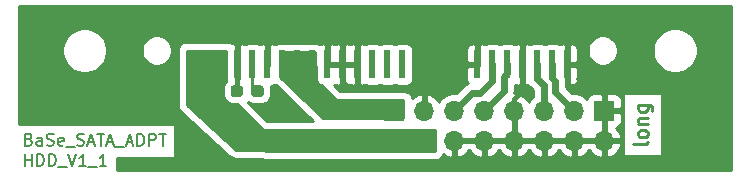
<source format=gbr>
G04 #@! TF.GenerationSoftware,KiCad,Pcbnew,5.1.5+dfsg1-2build2*
G04 #@! TF.CreationDate,2020-07-01T22:02:56+02:00*
G04 #@! TF.ProjectId,BaSe_SATA_Adapter_HDD_V1_1,42615365-5f53-4415-9441-5f4164617074,rev?*
G04 #@! TF.SameCoordinates,Original*
G04 #@! TF.FileFunction,Copper,L1,Top*
G04 #@! TF.FilePolarity,Positive*
%FSLAX46Y46*%
G04 Gerber Fmt 4.6, Leading zero omitted, Abs format (unit mm)*
G04 Created by KiCad (PCBNEW 5.1.5+dfsg1-2build2) date 2020-07-01 22:02:56*
%MOMM*%
%LPD*%
G04 APERTURE LIST*
%ADD10C,0.250000*%
%ADD11C,0.150000*%
%ADD12R,0.600000X2.350000*%
%ADD13O,1.700000X1.700000*%
%ADD14R,1.700000X1.700000*%
%ADD15C,0.100000*%
%ADD16C,0.800000*%
%ADD17C,0.400000*%
%ADD18C,0.600000*%
%ADD19C,0.254000*%
G04 APERTURE END LIST*
D10*
X142112857Y-50925714D02*
X142055714Y-51040000D01*
X141941428Y-51097142D01*
X140912857Y-51097142D01*
X142112857Y-50297142D02*
X142055714Y-50411428D01*
X141998571Y-50468571D01*
X141884285Y-50525714D01*
X141541428Y-50525714D01*
X141427142Y-50468571D01*
X141370000Y-50411428D01*
X141312857Y-50297142D01*
X141312857Y-50125714D01*
X141370000Y-50011428D01*
X141427142Y-49954285D01*
X141541428Y-49897142D01*
X141884285Y-49897142D01*
X141998571Y-49954285D01*
X142055714Y-50011428D01*
X142112857Y-50125714D01*
X142112857Y-50297142D01*
X141312857Y-49382857D02*
X142112857Y-49382857D01*
X141427142Y-49382857D02*
X141370000Y-49325714D01*
X141312857Y-49211428D01*
X141312857Y-49040000D01*
X141370000Y-48925714D01*
X141484285Y-48868571D01*
X142112857Y-48868571D01*
X141312857Y-47782857D02*
X142284285Y-47782857D01*
X142398571Y-47840000D01*
X142455714Y-47897142D01*
X142512857Y-48011428D01*
X142512857Y-48182857D01*
X142455714Y-48297142D01*
X142055714Y-47782857D02*
X142112857Y-47897142D01*
X142112857Y-48125714D01*
X142055714Y-48240000D01*
X141998571Y-48297142D01*
X141884285Y-48354285D01*
X141541428Y-48354285D01*
X141427142Y-48297142D01*
X141370000Y-48240000D01*
X141312857Y-48125714D01*
X141312857Y-47897142D01*
X141370000Y-47782857D01*
D11*
X89395595Y-52952380D02*
X89395595Y-51952380D01*
X89395595Y-52428571D02*
X89967023Y-52428571D01*
X89967023Y-52952380D02*
X89967023Y-51952380D01*
X90443214Y-52952380D02*
X90443214Y-51952380D01*
X90681309Y-51952380D01*
X90824166Y-52000000D01*
X90919404Y-52095238D01*
X90967023Y-52190476D01*
X91014642Y-52380952D01*
X91014642Y-52523809D01*
X90967023Y-52714285D01*
X90919404Y-52809523D01*
X90824166Y-52904761D01*
X90681309Y-52952380D01*
X90443214Y-52952380D01*
X91443214Y-52952380D02*
X91443214Y-51952380D01*
X91681309Y-51952380D01*
X91824166Y-52000000D01*
X91919404Y-52095238D01*
X91967023Y-52190476D01*
X92014642Y-52380952D01*
X92014642Y-52523809D01*
X91967023Y-52714285D01*
X91919404Y-52809523D01*
X91824166Y-52904761D01*
X91681309Y-52952380D01*
X91443214Y-52952380D01*
X92205119Y-53047619D02*
X92967023Y-53047619D01*
X93062261Y-51952380D02*
X93395595Y-52952380D01*
X93728928Y-51952380D01*
X94586071Y-52952380D02*
X94014642Y-52952380D01*
X94300357Y-52952380D02*
X94300357Y-51952380D01*
X94205119Y-52095238D01*
X94109880Y-52190476D01*
X94014642Y-52238095D01*
X94776547Y-53047619D02*
X95538452Y-53047619D01*
X96300357Y-52952380D02*
X95728928Y-52952380D01*
X96014642Y-52952380D02*
X96014642Y-51952380D01*
X95919404Y-52095238D01*
X95824166Y-52190476D01*
X95728928Y-52238095D01*
X89728928Y-50703571D02*
X89871785Y-50751190D01*
X89919404Y-50798809D01*
X89967023Y-50894047D01*
X89967023Y-51036904D01*
X89919404Y-51132142D01*
X89871785Y-51179761D01*
X89776547Y-51227380D01*
X89395595Y-51227380D01*
X89395595Y-50227380D01*
X89728928Y-50227380D01*
X89824166Y-50275000D01*
X89871785Y-50322619D01*
X89919404Y-50417857D01*
X89919404Y-50513095D01*
X89871785Y-50608333D01*
X89824166Y-50655952D01*
X89728928Y-50703571D01*
X89395595Y-50703571D01*
X90824166Y-51227380D02*
X90824166Y-50703571D01*
X90776547Y-50608333D01*
X90681309Y-50560714D01*
X90490833Y-50560714D01*
X90395595Y-50608333D01*
X90824166Y-51179761D02*
X90728928Y-51227380D01*
X90490833Y-51227380D01*
X90395595Y-51179761D01*
X90347976Y-51084523D01*
X90347976Y-50989285D01*
X90395595Y-50894047D01*
X90490833Y-50846428D01*
X90728928Y-50846428D01*
X90824166Y-50798809D01*
X91252738Y-51179761D02*
X91395595Y-51227380D01*
X91633690Y-51227380D01*
X91728928Y-51179761D01*
X91776547Y-51132142D01*
X91824166Y-51036904D01*
X91824166Y-50941666D01*
X91776547Y-50846428D01*
X91728928Y-50798809D01*
X91633690Y-50751190D01*
X91443214Y-50703571D01*
X91347976Y-50655952D01*
X91300357Y-50608333D01*
X91252738Y-50513095D01*
X91252738Y-50417857D01*
X91300357Y-50322619D01*
X91347976Y-50275000D01*
X91443214Y-50227380D01*
X91681309Y-50227380D01*
X91824166Y-50275000D01*
X92633690Y-51179761D02*
X92538452Y-51227380D01*
X92347976Y-51227380D01*
X92252738Y-51179761D01*
X92205119Y-51084523D01*
X92205119Y-50703571D01*
X92252738Y-50608333D01*
X92347976Y-50560714D01*
X92538452Y-50560714D01*
X92633690Y-50608333D01*
X92681309Y-50703571D01*
X92681309Y-50798809D01*
X92205119Y-50894047D01*
X92871785Y-51322619D02*
X93633690Y-51322619D01*
X93824166Y-51179761D02*
X93967023Y-51227380D01*
X94205119Y-51227380D01*
X94300357Y-51179761D01*
X94347976Y-51132142D01*
X94395595Y-51036904D01*
X94395595Y-50941666D01*
X94347976Y-50846428D01*
X94300357Y-50798809D01*
X94205119Y-50751190D01*
X94014642Y-50703571D01*
X93919404Y-50655952D01*
X93871785Y-50608333D01*
X93824166Y-50513095D01*
X93824166Y-50417857D01*
X93871785Y-50322619D01*
X93919404Y-50275000D01*
X94014642Y-50227380D01*
X94252738Y-50227380D01*
X94395595Y-50275000D01*
X94776547Y-50941666D02*
X95252738Y-50941666D01*
X94681309Y-51227380D02*
X95014642Y-50227380D01*
X95347976Y-51227380D01*
X95538452Y-50227380D02*
X96109880Y-50227380D01*
X95824166Y-51227380D02*
X95824166Y-50227380D01*
X96395595Y-50941666D02*
X96871785Y-50941666D01*
X96300357Y-51227380D02*
X96633690Y-50227380D01*
X96967023Y-51227380D01*
X97062261Y-51322619D02*
X97824166Y-51322619D01*
X98014642Y-50941666D02*
X98490833Y-50941666D01*
X97919404Y-51227380D02*
X98252738Y-50227380D01*
X98586071Y-51227380D01*
X98919404Y-51227380D02*
X98919404Y-50227380D01*
X99157500Y-50227380D01*
X99300357Y-50275000D01*
X99395595Y-50370238D01*
X99443214Y-50465476D01*
X99490833Y-50655952D01*
X99490833Y-50798809D01*
X99443214Y-50989285D01*
X99395595Y-51084523D01*
X99300357Y-51179761D01*
X99157500Y-51227380D01*
X98919404Y-51227380D01*
X99919404Y-51227380D02*
X99919404Y-50227380D01*
X100300357Y-50227380D01*
X100395595Y-50275000D01*
X100443214Y-50322619D01*
X100490833Y-50417857D01*
X100490833Y-50560714D01*
X100443214Y-50655952D01*
X100395595Y-50703571D01*
X100300357Y-50751190D01*
X99919404Y-50751190D01*
X100776547Y-50227380D02*
X101347976Y-50227380D01*
X101062261Y-51227380D02*
X101062261Y-50227380D01*
D12*
X127695000Y-44355000D03*
X128965000Y-44355000D03*
X130235000Y-44355000D03*
X131505000Y-44355000D03*
X132775000Y-44355000D03*
X134045000Y-44355000D03*
X135315000Y-44355000D03*
X103565000Y-44355000D03*
X104835000Y-44355000D03*
X106105000Y-44355000D03*
X107375000Y-44355000D03*
X108645000Y-44355000D03*
X109915000Y-44355000D03*
X111185000Y-44355000D03*
X112455000Y-44355000D03*
X113725000Y-44355000D03*
X114995000Y-44355000D03*
X116265000Y-44355000D03*
X117535000Y-44355000D03*
X118805000Y-44355000D03*
X120075000Y-44355000D03*
X121340000Y-44355000D03*
D13*
X135890000Y-50800000D03*
X135890000Y-48260000D03*
X133350000Y-50800000D03*
X133350000Y-48260000D03*
X130810000Y-50800000D03*
X130810000Y-48260000D03*
X128270000Y-50800000D03*
X128270000Y-48260000D03*
X125730000Y-50800000D03*
X125730000Y-48260000D03*
X123190000Y-50800000D03*
X123190000Y-48260000D03*
X120650000Y-50800000D03*
D14*
X120650000Y-48260000D03*
D13*
X138430000Y-50800000D03*
D14*
X138430000Y-48260000D03*
G04 #@! TA.AperFunction,SMDPad,CuDef*
D15*
G36*
X109389779Y-46135144D02*
G01*
X109412834Y-46138563D01*
X109435443Y-46144227D01*
X109457387Y-46152079D01*
X109478457Y-46162044D01*
X109498448Y-46174026D01*
X109517168Y-46187910D01*
X109534438Y-46203562D01*
X109550090Y-46220832D01*
X109563974Y-46239552D01*
X109575956Y-46259543D01*
X109585921Y-46280613D01*
X109593773Y-46302557D01*
X109599437Y-46325166D01*
X109602856Y-46348221D01*
X109604000Y-46371500D01*
X109604000Y-46846500D01*
X109602856Y-46869779D01*
X109599437Y-46892834D01*
X109593773Y-46915443D01*
X109585921Y-46937387D01*
X109575956Y-46958457D01*
X109563974Y-46978448D01*
X109550090Y-46997168D01*
X109534438Y-47014438D01*
X109517168Y-47030090D01*
X109498448Y-47043974D01*
X109478457Y-47055956D01*
X109457387Y-47065921D01*
X109435443Y-47073773D01*
X109412834Y-47079437D01*
X109389779Y-47082856D01*
X109366500Y-47084000D01*
X108791500Y-47084000D01*
X108768221Y-47082856D01*
X108745166Y-47079437D01*
X108722557Y-47073773D01*
X108700613Y-47065921D01*
X108679543Y-47055956D01*
X108659552Y-47043974D01*
X108640832Y-47030090D01*
X108623562Y-47014438D01*
X108607910Y-46997168D01*
X108594026Y-46978448D01*
X108582044Y-46958457D01*
X108572079Y-46937387D01*
X108564227Y-46915443D01*
X108558563Y-46892834D01*
X108555144Y-46869779D01*
X108554000Y-46846500D01*
X108554000Y-46371500D01*
X108555144Y-46348221D01*
X108558563Y-46325166D01*
X108564227Y-46302557D01*
X108572079Y-46280613D01*
X108582044Y-46259543D01*
X108594026Y-46239552D01*
X108607910Y-46220832D01*
X108623562Y-46203562D01*
X108640832Y-46187910D01*
X108659552Y-46174026D01*
X108679543Y-46162044D01*
X108700613Y-46152079D01*
X108722557Y-46144227D01*
X108745166Y-46138563D01*
X108768221Y-46135144D01*
X108791500Y-46134000D01*
X109366500Y-46134000D01*
X109389779Y-46135144D01*
G37*
G04 #@! TD.AperFunction*
G04 #@! TA.AperFunction,SMDPad,CuDef*
G36*
X107639779Y-46135144D02*
G01*
X107662834Y-46138563D01*
X107685443Y-46144227D01*
X107707387Y-46152079D01*
X107728457Y-46162044D01*
X107748448Y-46174026D01*
X107767168Y-46187910D01*
X107784438Y-46203562D01*
X107800090Y-46220832D01*
X107813974Y-46239552D01*
X107825956Y-46259543D01*
X107835921Y-46280613D01*
X107843773Y-46302557D01*
X107849437Y-46325166D01*
X107852856Y-46348221D01*
X107854000Y-46371500D01*
X107854000Y-46846500D01*
X107852856Y-46869779D01*
X107849437Y-46892834D01*
X107843773Y-46915443D01*
X107835921Y-46937387D01*
X107825956Y-46958457D01*
X107813974Y-46978448D01*
X107800090Y-46997168D01*
X107784438Y-47014438D01*
X107767168Y-47030090D01*
X107748448Y-47043974D01*
X107728457Y-47055956D01*
X107707387Y-47065921D01*
X107685443Y-47073773D01*
X107662834Y-47079437D01*
X107639779Y-47082856D01*
X107616500Y-47084000D01*
X107041500Y-47084000D01*
X107018221Y-47082856D01*
X106995166Y-47079437D01*
X106972557Y-47073773D01*
X106950613Y-47065921D01*
X106929543Y-47055956D01*
X106909552Y-47043974D01*
X106890832Y-47030090D01*
X106873562Y-47014438D01*
X106857910Y-46997168D01*
X106844026Y-46978448D01*
X106832044Y-46958457D01*
X106822079Y-46937387D01*
X106814227Y-46915443D01*
X106808563Y-46892834D01*
X106805144Y-46869779D01*
X106804000Y-46846500D01*
X106804000Y-46371500D01*
X106805144Y-46348221D01*
X106808563Y-46325166D01*
X106814227Y-46302557D01*
X106822079Y-46280613D01*
X106832044Y-46259543D01*
X106844026Y-46239552D01*
X106857910Y-46220832D01*
X106873562Y-46203562D01*
X106890832Y-46187910D01*
X106909552Y-46174026D01*
X106929543Y-46162044D01*
X106950613Y-46152079D01*
X106972557Y-46144227D01*
X106995166Y-46138563D01*
X107018221Y-46135144D01*
X107041500Y-46134000D01*
X107616500Y-46134000D01*
X107639779Y-46135144D01*
G37*
G04 #@! TD.AperFunction*
D16*
X148150000Y-42305000D03*
X148150000Y-48170000D03*
X148150000Y-44260000D03*
X148150000Y-46215000D03*
X148150000Y-40350000D03*
X106230587Y-39970000D03*
X146180000Y-39970000D03*
X143326464Y-39970000D03*
X120498232Y-39970000D03*
X103377058Y-39970000D03*
X123351761Y-39970000D03*
X117644703Y-39970000D03*
X137619406Y-39970000D03*
X109084116Y-39970000D03*
X140472935Y-39970000D03*
X134765877Y-39970000D03*
X131912348Y-39970000D03*
X126205290Y-39970000D03*
X111937645Y-39970000D03*
X97670000Y-39970000D03*
X114791174Y-39970000D03*
X129058819Y-39970000D03*
X100523529Y-39970000D03*
X125673950Y-42151000D03*
X125090000Y-46470000D03*
X131520000Y-46580000D03*
X127276375Y-42151000D03*
X128878800Y-42151000D03*
X130481225Y-42151000D03*
X132083650Y-42151000D03*
X133686075Y-42151000D03*
X135288500Y-42151000D03*
X135699500Y-46418500D03*
X136461500Y-45593000D03*
X136461500Y-42989500D03*
X136461500Y-44196000D03*
X126295000Y-43373000D03*
X126295000Y-44579500D03*
X126055000Y-45682500D03*
X103240000Y-42151000D03*
X104842425Y-42151000D03*
X106444850Y-42151000D03*
X108047275Y-42151000D03*
X109649700Y-42151000D03*
X111252125Y-42151000D03*
X112854550Y-42151000D03*
X114456975Y-42151000D03*
X116059400Y-42151000D03*
X117661825Y-42151000D03*
X119264250Y-42151000D03*
X120866675Y-42151000D03*
X122469100Y-42151000D03*
X124071525Y-42151000D03*
X89740000Y-40220000D03*
X89740000Y-42175000D03*
X89740000Y-44130000D03*
X89740000Y-46085000D03*
X89740000Y-48040000D03*
X148120000Y-50040000D03*
X148120000Y-52280000D03*
X97670000Y-52850000D03*
X100523529Y-52850000D03*
X103377058Y-52850000D03*
X109084116Y-52850000D03*
X111937645Y-52850000D03*
X114791174Y-52850000D03*
X106230587Y-52850000D03*
X117644703Y-52850000D03*
X120498232Y-52850000D03*
X123351761Y-52850000D03*
X126205290Y-52850000D03*
X129058819Y-52850000D03*
X131912348Y-52850000D03*
X134765877Y-52850000D03*
X137619406Y-52850000D03*
X140472935Y-52850000D03*
X143326464Y-52850000D03*
X146180000Y-52850000D03*
X94810000Y-39920000D03*
X91850000Y-39960000D03*
X91970000Y-48690000D03*
X95080000Y-48600000D03*
X98260000Y-48650000D03*
X101720000Y-48650000D03*
X102840000Y-50900000D03*
X112250000Y-48560000D03*
X110220000Y-48580000D03*
X116450000Y-46200000D03*
X140910000Y-45970000D03*
X142590000Y-45940000D03*
X144230000Y-47990000D03*
X144260000Y-50700000D03*
D17*
X130810000Y-47290000D02*
X131520000Y-46580000D01*
X130810000Y-48260000D02*
X130810000Y-47290000D01*
D18*
X129119999Y-47410001D02*
X128270000Y-48260000D01*
X129915010Y-46614990D02*
X129119999Y-47410001D01*
X129915010Y-45394990D02*
X129915010Y-46614990D01*
X130235000Y-45075000D02*
X129915010Y-45394990D01*
X130235000Y-44355000D02*
X130235000Y-45075000D01*
X133350000Y-47057919D02*
X133350000Y-48260000D01*
X133350000Y-46134498D02*
X133350000Y-47057919D01*
X132775000Y-45559498D02*
X133350000Y-46134498D01*
X132775000Y-44355000D02*
X132775000Y-45559498D01*
X135040001Y-47410001D02*
X135890000Y-48260000D01*
X134300000Y-46670000D02*
X135040001Y-47410001D01*
X134300000Y-45740981D02*
X134300000Y-46670000D01*
X134045000Y-45485981D02*
X134300000Y-45740981D01*
X134045000Y-44355000D02*
X134045000Y-45485981D01*
X127230001Y-46759999D02*
X126579999Y-47410001D01*
X127935003Y-46759999D02*
X127230001Y-46759999D01*
X126579999Y-47410001D02*
X125730000Y-48260000D01*
X128965000Y-45730002D02*
X127935003Y-46759999D01*
X128965000Y-44355000D02*
X128965000Y-45730002D01*
D10*
X108645000Y-46175000D02*
X109079000Y-46609000D01*
X108645000Y-44355000D02*
X108645000Y-46175000D01*
D19*
G36*
X104740486Y-43186000D02*
G01*
X104944364Y-43186000D01*
X104974528Y-43180000D01*
X106312747Y-43180000D01*
X106342911Y-43186000D01*
X106426000Y-43186000D01*
X106426000Y-45749404D01*
X106422377Y-45752377D01*
X106313488Y-45885058D01*
X106232577Y-46036433D01*
X106182752Y-46200684D01*
X106165928Y-46371500D01*
X106165928Y-46846500D01*
X106182752Y-47017316D01*
X106232577Y-47181567D01*
X106313488Y-47332942D01*
X106422377Y-47465623D01*
X106555058Y-47574512D01*
X106706433Y-47655423D01*
X106870684Y-47705248D01*
X107041500Y-47722072D01*
X107359466Y-47722072D01*
X109511197Y-49873803D01*
X109530443Y-49889597D01*
X109552399Y-49901333D01*
X109576224Y-49908560D01*
X109601000Y-49911000D01*
X124079000Y-49911000D01*
X124079000Y-51689000D01*
X112142617Y-51689000D01*
X107238476Y-51563253D01*
X103124000Y-47822820D01*
X103124000Y-43183203D01*
X103138061Y-43186000D01*
X103341939Y-43186000D01*
X103372103Y-43180000D01*
X104710322Y-43180000D01*
X104740486Y-43186000D01*
G37*
X104740486Y-43186000D02*
X104944364Y-43186000D01*
X104974528Y-43180000D01*
X106312747Y-43180000D01*
X106342911Y-43186000D01*
X106426000Y-43186000D01*
X106426000Y-45749404D01*
X106422377Y-45752377D01*
X106313488Y-45885058D01*
X106232577Y-46036433D01*
X106182752Y-46200684D01*
X106165928Y-46371500D01*
X106165928Y-46846500D01*
X106182752Y-47017316D01*
X106232577Y-47181567D01*
X106313488Y-47332942D01*
X106422377Y-47465623D01*
X106555058Y-47574512D01*
X106706433Y-47655423D01*
X106870684Y-47705248D01*
X107041500Y-47722072D01*
X107359466Y-47722072D01*
X109511197Y-49873803D01*
X109530443Y-49889597D01*
X109552399Y-49901333D01*
X109576224Y-49908560D01*
X109601000Y-49911000D01*
X124079000Y-49911000D01*
X124079000Y-51689000D01*
X112142617Y-51689000D01*
X107238476Y-51563253D01*
X103124000Y-47822820D01*
X103124000Y-43183203D01*
X103138061Y-43186000D01*
X103341939Y-43186000D01*
X103372103Y-43180000D01*
X104710322Y-43180000D01*
X104740486Y-43186000D01*
G36*
X114046176Y-45599675D02*
G01*
X114049915Y-45624289D01*
X114058384Y-45647700D01*
X114071258Y-45669010D01*
X114074856Y-45673167D01*
X114105498Y-45774180D01*
X114164463Y-45884494D01*
X114243815Y-45981185D01*
X114340506Y-46060537D01*
X114450820Y-46119502D01*
X114549974Y-46149580D01*
X115734197Y-47333803D01*
X115753443Y-47349597D01*
X115775399Y-47361333D01*
X115799224Y-47368560D01*
X115824000Y-47371000D01*
X121412000Y-47371000D01*
X121412000Y-48895000D01*
X114605305Y-48895000D01*
X110998000Y-45412085D01*
X110998000Y-43307000D01*
X113925509Y-43307000D01*
X114046176Y-45599675D01*
G37*
X114046176Y-45599675D02*
X114049915Y-45624289D01*
X114058384Y-45647700D01*
X114071258Y-45669010D01*
X114074856Y-45673167D01*
X114105498Y-45774180D01*
X114164463Y-45884494D01*
X114243815Y-45981185D01*
X114340506Y-46060537D01*
X114450820Y-46119502D01*
X114549974Y-46149580D01*
X115734197Y-47333803D01*
X115753443Y-47349597D01*
X115775399Y-47361333D01*
X115799224Y-47368560D01*
X115824000Y-47371000D01*
X121412000Y-47371000D01*
X121412000Y-48895000D01*
X114605305Y-48895000D01*
X110998000Y-45412085D01*
X110998000Y-43307000D01*
X113925509Y-43307000D01*
X114046176Y-45599675D01*
G36*
X149200001Y-53315000D02*
G01*
X97178333Y-53315000D01*
X97178333Y-52302500D01*
X102130714Y-52302500D01*
X102130714Y-49382500D01*
X88925000Y-49382500D01*
X88925000Y-42991881D01*
X92530000Y-42991881D01*
X92530000Y-43368119D01*
X92603400Y-43737127D01*
X92747380Y-44084724D01*
X92956406Y-44397554D01*
X93222446Y-44663594D01*
X93535276Y-44872620D01*
X93882873Y-45016600D01*
X94251881Y-45090000D01*
X94628119Y-45090000D01*
X94997127Y-45016600D01*
X95344724Y-44872620D01*
X95657554Y-44663594D01*
X95923594Y-44397554D01*
X96132620Y-44084724D01*
X96276600Y-43737127D01*
X96350000Y-43368119D01*
X96350000Y-43053439D01*
X99280000Y-43053439D01*
X99280000Y-43306561D01*
X99329381Y-43554821D01*
X99426247Y-43788676D01*
X99566875Y-43999140D01*
X99745860Y-44178125D01*
X99956324Y-44318753D01*
X100190179Y-44415619D01*
X100438439Y-44465000D01*
X100691561Y-44465000D01*
X100939821Y-44415619D01*
X101173676Y-44318753D01*
X101384140Y-44178125D01*
X101563125Y-43999140D01*
X101703753Y-43788676D01*
X101800619Y-43554821D01*
X101850000Y-43306561D01*
X101850000Y-43053439D01*
X101849913Y-43053000D01*
X102362000Y-43053000D01*
X102362000Y-47879000D01*
X102380799Y-48032366D01*
X102422559Y-48149634D01*
X102486395Y-48256501D01*
X102569853Y-48348862D01*
X106760853Y-52158862D01*
X106821795Y-52207767D01*
X106930038Y-52269242D01*
X107048194Y-52308419D01*
X107171723Y-52323791D01*
X112124723Y-52450791D01*
X112141000Y-52451000D01*
X124206000Y-52451000D01*
X124329882Y-52438799D01*
X124449004Y-52402664D01*
X124558787Y-52343983D01*
X124655013Y-52265013D01*
X124733983Y-52168787D01*
X124792664Y-52059004D01*
X124820982Y-51965651D01*
X124963080Y-52071641D01*
X125225901Y-52196825D01*
X125373110Y-52241476D01*
X125603000Y-52120155D01*
X125603000Y-50927000D01*
X125857000Y-50927000D01*
X125857000Y-52120155D01*
X126086890Y-52241476D01*
X126234099Y-52196825D01*
X126496920Y-52071641D01*
X126730269Y-51897588D01*
X126925178Y-51681355D01*
X127000000Y-51555745D01*
X127074822Y-51681355D01*
X127269731Y-51897588D01*
X127503080Y-52071641D01*
X127765901Y-52196825D01*
X127913110Y-52241476D01*
X128143000Y-52120155D01*
X128143000Y-50927000D01*
X128397000Y-50927000D01*
X128397000Y-52120155D01*
X128626890Y-52241476D01*
X128774099Y-52196825D01*
X129036920Y-52071641D01*
X129270269Y-51897588D01*
X129465178Y-51681355D01*
X129540000Y-51555745D01*
X129614822Y-51681355D01*
X129809731Y-51897588D01*
X130043080Y-52071641D01*
X130305901Y-52196825D01*
X130453110Y-52241476D01*
X130683000Y-52120155D01*
X130683000Y-50927000D01*
X130937000Y-50927000D01*
X130937000Y-52120155D01*
X131166890Y-52241476D01*
X131314099Y-52196825D01*
X131576920Y-52071641D01*
X131810269Y-51897588D01*
X132005178Y-51681355D01*
X132080000Y-51555745D01*
X132154822Y-51681355D01*
X132349731Y-51897588D01*
X132583080Y-52071641D01*
X132845901Y-52196825D01*
X132993110Y-52241476D01*
X133223000Y-52120155D01*
X133223000Y-50927000D01*
X133477000Y-50927000D01*
X133477000Y-52120155D01*
X133706890Y-52241476D01*
X133854099Y-52196825D01*
X134116920Y-52071641D01*
X134350269Y-51897588D01*
X134545178Y-51681355D01*
X134620000Y-51555745D01*
X134694822Y-51681355D01*
X134889731Y-51897588D01*
X135123080Y-52071641D01*
X135385901Y-52196825D01*
X135533110Y-52241476D01*
X135763000Y-52120155D01*
X135763000Y-50927000D01*
X136017000Y-50927000D01*
X136017000Y-52120155D01*
X136246890Y-52241476D01*
X136394099Y-52196825D01*
X136656920Y-52071641D01*
X136890269Y-51897588D01*
X137085178Y-51681355D01*
X137160000Y-51555745D01*
X137234822Y-51681355D01*
X137429731Y-51897588D01*
X137663080Y-52071641D01*
X137925901Y-52196825D01*
X138073110Y-52241476D01*
X138303000Y-52120155D01*
X138303000Y-50927000D01*
X138557000Y-50927000D01*
X138557000Y-52120155D01*
X138786890Y-52241476D01*
X138934099Y-52196825D01*
X139196920Y-52071641D01*
X139430269Y-51897588D01*
X139625178Y-51681355D01*
X139774157Y-51431252D01*
X139871481Y-51156891D01*
X139750814Y-50927000D01*
X138557000Y-50927000D01*
X138303000Y-50927000D01*
X136017000Y-50927000D01*
X135763000Y-50927000D01*
X133477000Y-50927000D01*
X133223000Y-50927000D01*
X130937000Y-50927000D01*
X130683000Y-50927000D01*
X128397000Y-50927000D01*
X128143000Y-50927000D01*
X125857000Y-50927000D01*
X125603000Y-50927000D01*
X125583000Y-50927000D01*
X125583000Y-50673000D01*
X125603000Y-50673000D01*
X125603000Y-50653000D01*
X125857000Y-50653000D01*
X125857000Y-50673000D01*
X128143000Y-50673000D01*
X128143000Y-50653000D01*
X128397000Y-50653000D01*
X128397000Y-50673000D01*
X130683000Y-50673000D01*
X130683000Y-48387000D01*
X130663000Y-48387000D01*
X130663000Y-48133000D01*
X130683000Y-48133000D01*
X130683000Y-48113000D01*
X130937000Y-48113000D01*
X130937000Y-48133000D01*
X130957000Y-48133000D01*
X130957000Y-48387000D01*
X130937000Y-48387000D01*
X130937000Y-50673000D01*
X133223000Y-50673000D01*
X133223000Y-50653000D01*
X133477000Y-50653000D01*
X133477000Y-50673000D01*
X135763000Y-50673000D01*
X135763000Y-50653000D01*
X136017000Y-50653000D01*
X136017000Y-50673000D01*
X138303000Y-50673000D01*
X138303000Y-48387000D01*
X138557000Y-48387000D01*
X138557000Y-50673000D01*
X139750814Y-50673000D01*
X139871481Y-50443109D01*
X139774157Y-50168748D01*
X139625178Y-49918645D01*
X139448374Y-49722498D01*
X139524180Y-49699502D01*
X139634494Y-49640537D01*
X139731185Y-49561185D01*
X139810537Y-49464494D01*
X139869502Y-49354180D01*
X139905812Y-49234482D01*
X139918072Y-49110000D01*
X139915000Y-48545750D01*
X139756250Y-48387000D01*
X138557000Y-48387000D01*
X138303000Y-48387000D01*
X138283000Y-48387000D01*
X138283000Y-48133000D01*
X138303000Y-48133000D01*
X138303000Y-46933750D01*
X138557000Y-46933750D01*
X138557000Y-48133000D01*
X139756250Y-48133000D01*
X139915000Y-47974250D01*
X139918072Y-47410000D01*
X139905812Y-47285518D01*
X139869502Y-47165820D01*
X139810537Y-47055506D01*
X139731185Y-46958815D01*
X139634494Y-46879463D01*
X139524180Y-46820498D01*
X139404482Y-46784188D01*
X139280000Y-46771928D01*
X138715750Y-46775000D01*
X138557000Y-46933750D01*
X138303000Y-46933750D01*
X138144250Y-46775000D01*
X137580000Y-46771928D01*
X137455518Y-46784188D01*
X137335820Y-46820498D01*
X137225506Y-46879463D01*
X137128815Y-46958815D01*
X137049463Y-47055506D01*
X136990498Y-47165820D01*
X136968487Y-47238380D01*
X136836632Y-47106525D01*
X136593411Y-46944010D01*
X136323158Y-46832068D01*
X136036260Y-46775000D01*
X135743740Y-46775000D01*
X135730019Y-46777729D01*
X135689433Y-46737143D01*
X140008500Y-46737143D01*
X140008500Y-52142857D01*
X143328500Y-52142857D01*
X143328500Y-46737143D01*
X140008500Y-46737143D01*
X135689433Y-46737143D01*
X135235000Y-46282711D01*
X135235000Y-45786905D01*
X135239523Y-45740980D01*
X135235000Y-45695055D01*
X135235000Y-45695049D01*
X135223283Y-45576091D01*
X135221471Y-45557688D01*
X135202736Y-45495928D01*
X135188000Y-45447349D01*
X135188000Y-44482000D01*
X135442000Y-44482000D01*
X135442000Y-46006250D01*
X135600750Y-46165000D01*
X135615000Y-46168072D01*
X135739482Y-46155812D01*
X135859180Y-46119502D01*
X135969494Y-46060537D01*
X136066185Y-45981185D01*
X136145537Y-45884494D01*
X136204502Y-45774180D01*
X136240812Y-45654482D01*
X136253072Y-45530000D01*
X136250000Y-44640750D01*
X136091250Y-44482000D01*
X135442000Y-44482000D01*
X135188000Y-44482000D01*
X135168000Y-44482000D01*
X135168000Y-44228000D01*
X135188000Y-44228000D01*
X135188000Y-42703750D01*
X135442000Y-42703750D01*
X135442000Y-44228000D01*
X136091250Y-44228000D01*
X136250000Y-44069250D01*
X136253072Y-43180000D01*
X136240812Y-43055518D01*
X136240182Y-43053439D01*
X137030000Y-43053439D01*
X137030000Y-43306561D01*
X137079381Y-43554821D01*
X137176247Y-43788676D01*
X137316875Y-43999140D01*
X137495860Y-44178125D01*
X137706324Y-44318753D01*
X137940179Y-44415619D01*
X138188439Y-44465000D01*
X138441561Y-44465000D01*
X138689821Y-44415619D01*
X138923676Y-44318753D01*
X139134140Y-44178125D01*
X139313125Y-43999140D01*
X139453753Y-43788676D01*
X139550619Y-43554821D01*
X139600000Y-43306561D01*
X139600000Y-43053439D01*
X139587756Y-42991881D01*
X142530000Y-42991881D01*
X142530000Y-43368119D01*
X142603400Y-43737127D01*
X142747380Y-44084724D01*
X142956406Y-44397554D01*
X143222446Y-44663594D01*
X143535276Y-44872620D01*
X143882873Y-45016600D01*
X144251881Y-45090000D01*
X144628119Y-45090000D01*
X144997127Y-45016600D01*
X145344724Y-44872620D01*
X145657554Y-44663594D01*
X145923594Y-44397554D01*
X146132620Y-44084724D01*
X146276600Y-43737127D01*
X146350000Y-43368119D01*
X146350000Y-42991881D01*
X146276600Y-42622873D01*
X146132620Y-42275276D01*
X145923594Y-41962446D01*
X145657554Y-41696406D01*
X145344724Y-41487380D01*
X144997127Y-41343400D01*
X144628119Y-41270000D01*
X144251881Y-41270000D01*
X143882873Y-41343400D01*
X143535276Y-41487380D01*
X143222446Y-41696406D01*
X142956406Y-41962446D01*
X142747380Y-42275276D01*
X142603400Y-42622873D01*
X142530000Y-42991881D01*
X139587756Y-42991881D01*
X139550619Y-42805179D01*
X139453753Y-42571324D01*
X139313125Y-42360860D01*
X139134140Y-42181875D01*
X138923676Y-42041247D01*
X138689821Y-41944381D01*
X138441561Y-41895000D01*
X138188439Y-41895000D01*
X137940179Y-41944381D01*
X137706324Y-42041247D01*
X137495860Y-42181875D01*
X137316875Y-42360860D01*
X137176247Y-42571324D01*
X137079381Y-42805179D01*
X137030000Y-43053439D01*
X136240182Y-43053439D01*
X136204502Y-42935820D01*
X136145537Y-42825506D01*
X136066185Y-42728815D01*
X135969494Y-42649463D01*
X135859180Y-42590498D01*
X135739482Y-42554188D01*
X135615000Y-42541928D01*
X135600750Y-42545000D01*
X135442000Y-42703750D01*
X135188000Y-42703750D01*
X135029250Y-42545000D01*
X135015000Y-42541928D01*
X134890518Y-42554188D01*
X134770820Y-42590498D01*
X134680000Y-42639043D01*
X134589180Y-42590498D01*
X134469482Y-42554188D01*
X134345000Y-42541928D01*
X133745000Y-42541928D01*
X133620518Y-42554188D01*
X133500820Y-42590498D01*
X133410000Y-42639043D01*
X133319180Y-42590498D01*
X133199482Y-42554188D01*
X133075000Y-42541928D01*
X132475000Y-42541928D01*
X132350518Y-42554188D01*
X132230820Y-42590498D01*
X132140000Y-42639043D01*
X132049180Y-42590498D01*
X131929482Y-42554188D01*
X131805000Y-42541928D01*
X131790750Y-42545000D01*
X131632000Y-42703750D01*
X131632000Y-44228000D01*
X131652000Y-44228000D01*
X131652000Y-44482000D01*
X131632000Y-44482000D01*
X131632000Y-46006250D01*
X131790750Y-46165000D01*
X131805000Y-46168072D01*
X131929482Y-46155812D01*
X132029841Y-46125368D01*
X132110657Y-46223842D01*
X132146337Y-46253124D01*
X132415000Y-46521787D01*
X132415001Y-47011979D01*
X132415000Y-47011988D01*
X132415000Y-47098753D01*
X132403368Y-47106525D01*
X132196525Y-47313368D01*
X132074805Y-47495534D01*
X132005178Y-47378645D01*
X131810269Y-47162412D01*
X131576920Y-46988359D01*
X131314099Y-46863175D01*
X131166890Y-46818524D01*
X130937002Y-46939844D01*
X130937002Y-46775000D01*
X130838774Y-46775000D01*
X130854534Y-46614991D01*
X130850010Y-46569059D01*
X130850010Y-46081642D01*
X130870000Y-46070957D01*
X130960820Y-46119502D01*
X131080518Y-46155812D01*
X131205000Y-46168072D01*
X131219250Y-46165000D01*
X131378000Y-46006250D01*
X131378000Y-44482000D01*
X131358000Y-44482000D01*
X131358000Y-44228000D01*
X131378000Y-44228000D01*
X131378000Y-42703750D01*
X131219250Y-42545000D01*
X131205000Y-42541928D01*
X131080518Y-42554188D01*
X130960820Y-42590498D01*
X130870000Y-42639043D01*
X130779180Y-42590498D01*
X130659482Y-42554188D01*
X130535000Y-42541928D01*
X129935000Y-42541928D01*
X129810518Y-42554188D01*
X129690820Y-42590498D01*
X129600000Y-42639043D01*
X129509180Y-42590498D01*
X129389482Y-42554188D01*
X129265000Y-42541928D01*
X128665000Y-42541928D01*
X128540518Y-42554188D01*
X128420820Y-42590498D01*
X128330000Y-42639043D01*
X128239180Y-42590498D01*
X128119482Y-42554188D01*
X127995000Y-42541928D01*
X127980750Y-42545000D01*
X127822000Y-42703750D01*
X127822000Y-44228000D01*
X127842000Y-44228000D01*
X127842000Y-44482000D01*
X127822000Y-44482000D01*
X127822000Y-44502000D01*
X127568000Y-44502000D01*
X127568000Y-44482000D01*
X126918750Y-44482000D01*
X126760000Y-44640750D01*
X126756928Y-45530000D01*
X126769188Y-45654482D01*
X126805498Y-45774180D01*
X126864463Y-45884494D01*
X126870585Y-45891954D01*
X126870460Y-45891992D01*
X126830607Y-45913294D01*
X126708029Y-45978813D01*
X126565657Y-46095655D01*
X126536371Y-46131340D01*
X125951338Y-46716373D01*
X125951332Y-46716378D01*
X125889981Y-46777729D01*
X125876260Y-46775000D01*
X125583740Y-46775000D01*
X125296842Y-46832068D01*
X125026589Y-46944010D01*
X124783368Y-47106525D01*
X124576525Y-47313368D01*
X124454805Y-47495534D01*
X124385178Y-47378645D01*
X124190269Y-47162412D01*
X123956920Y-46988359D01*
X123694099Y-46863175D01*
X123546890Y-46818524D01*
X123317000Y-46939845D01*
X123317000Y-48133000D01*
X123337000Y-48133000D01*
X123337000Y-48387000D01*
X123317000Y-48387000D01*
X123317000Y-48407000D01*
X123063000Y-48407000D01*
X123063000Y-48387000D01*
X123043000Y-48387000D01*
X123043000Y-48133000D01*
X123063000Y-48133000D01*
X123063000Y-46939845D01*
X122833110Y-46818524D01*
X122685901Y-46863175D01*
X122423080Y-46988359D01*
X122189731Y-47162412D01*
X122168306Y-47186182D01*
X122161799Y-47120118D01*
X122125664Y-47000996D01*
X122066983Y-46891213D01*
X121988013Y-46794987D01*
X121891787Y-46716017D01*
X121782004Y-46657336D01*
X121662882Y-46621201D01*
X121539000Y-46609000D01*
X116087026Y-46609000D01*
X115577204Y-46099178D01*
X115630000Y-46070957D01*
X115720820Y-46119502D01*
X115840518Y-46155812D01*
X115965000Y-46168072D01*
X115979250Y-46165000D01*
X116138000Y-46006250D01*
X116138000Y-44482000D01*
X116392000Y-44482000D01*
X116392000Y-46006250D01*
X116550750Y-46165000D01*
X116565000Y-46168072D01*
X116689482Y-46155812D01*
X116809180Y-46119502D01*
X116900000Y-46070957D01*
X116990820Y-46119502D01*
X117110518Y-46155812D01*
X117235000Y-46168072D01*
X117249250Y-46165000D01*
X117408000Y-46006250D01*
X117408000Y-44482000D01*
X116392000Y-44482000D01*
X116138000Y-44482000D01*
X115122000Y-44482000D01*
X115122000Y-44502000D01*
X114868000Y-44502000D01*
X114868000Y-44482000D01*
X114848000Y-44482000D01*
X114848000Y-44228000D01*
X114868000Y-44228000D01*
X114868000Y-42703750D01*
X115122000Y-42703750D01*
X115122000Y-44228000D01*
X116138000Y-44228000D01*
X116138000Y-42703750D01*
X116392000Y-42703750D01*
X116392000Y-44228000D01*
X117408000Y-44228000D01*
X117408000Y-42703750D01*
X117662000Y-42703750D01*
X117662000Y-44228000D01*
X117682000Y-44228000D01*
X117682000Y-44482000D01*
X117662000Y-44482000D01*
X117662000Y-46006250D01*
X117820750Y-46165000D01*
X117835000Y-46168072D01*
X117959482Y-46155812D01*
X118079180Y-46119502D01*
X118170000Y-46070957D01*
X118260820Y-46119502D01*
X118380518Y-46155812D01*
X118505000Y-46168072D01*
X119105000Y-46168072D01*
X119229482Y-46155812D01*
X119349180Y-46119502D01*
X119440000Y-46070957D01*
X119530820Y-46119502D01*
X119650518Y-46155812D01*
X119775000Y-46168072D01*
X120375000Y-46168072D01*
X120499482Y-46155812D01*
X120619180Y-46119502D01*
X120707500Y-46072293D01*
X120795820Y-46119502D01*
X120915518Y-46155812D01*
X121040000Y-46168072D01*
X121640000Y-46168072D01*
X121764482Y-46155812D01*
X121884180Y-46119502D01*
X121994494Y-46060537D01*
X122091185Y-45981185D01*
X122170537Y-45884494D01*
X122229502Y-45774180D01*
X122265812Y-45654482D01*
X122278072Y-45530000D01*
X122278072Y-43180000D01*
X126756928Y-43180000D01*
X126760000Y-44069250D01*
X126918750Y-44228000D01*
X127568000Y-44228000D01*
X127568000Y-42703750D01*
X127409250Y-42545000D01*
X127395000Y-42541928D01*
X127270518Y-42554188D01*
X127150820Y-42590498D01*
X127040506Y-42649463D01*
X126943815Y-42728815D01*
X126864463Y-42825506D01*
X126805498Y-42935820D01*
X126769188Y-43055518D01*
X126756928Y-43180000D01*
X122278072Y-43180000D01*
X122265812Y-43055518D01*
X122229502Y-42935820D01*
X122170537Y-42825506D01*
X122091185Y-42728815D01*
X121994494Y-42649463D01*
X121884180Y-42590498D01*
X121764482Y-42554188D01*
X121640000Y-42541928D01*
X121040000Y-42541928D01*
X120915518Y-42554188D01*
X120795820Y-42590498D01*
X120707500Y-42637707D01*
X120619180Y-42590498D01*
X120499482Y-42554188D01*
X120375000Y-42541928D01*
X119775000Y-42541928D01*
X119650518Y-42554188D01*
X119530820Y-42590498D01*
X119440000Y-42639043D01*
X119349180Y-42590498D01*
X119229482Y-42554188D01*
X119105000Y-42541928D01*
X118505000Y-42541928D01*
X118380518Y-42554188D01*
X118260820Y-42590498D01*
X118170000Y-42639043D01*
X118079180Y-42590498D01*
X117959482Y-42554188D01*
X117835000Y-42541928D01*
X117820750Y-42545000D01*
X117662000Y-42703750D01*
X117408000Y-42703750D01*
X117249250Y-42545000D01*
X117235000Y-42541928D01*
X117110518Y-42554188D01*
X116990820Y-42590498D01*
X116900000Y-42639043D01*
X116809180Y-42590498D01*
X116689482Y-42554188D01*
X116565000Y-42541928D01*
X116550750Y-42545000D01*
X116392000Y-42703750D01*
X116138000Y-42703750D01*
X115979250Y-42545000D01*
X115965000Y-42541928D01*
X115840518Y-42554188D01*
X115720820Y-42590498D01*
X115630000Y-42639043D01*
X115539180Y-42590498D01*
X115419482Y-42554188D01*
X115295000Y-42541928D01*
X115280750Y-42545000D01*
X115122000Y-42703750D01*
X114868000Y-42703750D01*
X114709250Y-42545000D01*
X114695000Y-42541928D01*
X114570518Y-42554188D01*
X114450820Y-42590498D01*
X114367257Y-42635164D01*
X114289004Y-42593336D01*
X114169882Y-42557201D01*
X114154382Y-42555674D01*
X114149482Y-42554188D01*
X114025000Y-42541928D01*
X113425000Y-42541928D01*
X113393808Y-42545000D01*
X112786192Y-42545000D01*
X112755000Y-42541928D01*
X112155000Y-42541928D01*
X112123808Y-42545000D01*
X111516192Y-42545000D01*
X111485000Y-42541928D01*
X110885000Y-42541928D01*
X110760518Y-42554188D01*
X110752253Y-42556695D01*
X110747118Y-42557201D01*
X110627996Y-42593336D01*
X110546243Y-42637035D01*
X110459180Y-42590498D01*
X110339482Y-42554188D01*
X110215000Y-42541928D01*
X110200750Y-42545000D01*
X110042000Y-42703750D01*
X110042000Y-44228000D01*
X110062000Y-44228000D01*
X110062000Y-44482000D01*
X110042000Y-44482000D01*
X110042000Y-44502000D01*
X109788000Y-44502000D01*
X109788000Y-44482000D01*
X109768000Y-44482000D01*
X109768000Y-44228000D01*
X109788000Y-44228000D01*
X109788000Y-42703750D01*
X109629250Y-42545000D01*
X109615000Y-42541928D01*
X109490518Y-42554188D01*
X109370820Y-42590498D01*
X109280000Y-42639043D01*
X109189180Y-42590498D01*
X109069482Y-42554188D01*
X108945000Y-42541928D01*
X108345000Y-42541928D01*
X108220518Y-42554188D01*
X108100820Y-42590498D01*
X108010000Y-42639043D01*
X107919180Y-42590498D01*
X107799482Y-42554188D01*
X107675000Y-42541928D01*
X107660750Y-42545000D01*
X107502000Y-42703750D01*
X107502000Y-44228000D01*
X107522000Y-44228000D01*
X107522000Y-44482000D01*
X107502000Y-44482000D01*
X107502000Y-45611750D01*
X107456000Y-45657750D01*
X107456000Y-46482000D01*
X107476000Y-46482000D01*
X107476000Y-46736000D01*
X107456000Y-46736000D01*
X107456000Y-46740974D01*
X107197026Y-46482000D01*
X107202000Y-46482000D01*
X107202000Y-46052250D01*
X107248000Y-46006250D01*
X107248000Y-44482000D01*
X107228000Y-44482000D01*
X107228000Y-44228000D01*
X107248000Y-44228000D01*
X107248000Y-42703750D01*
X107089250Y-42545000D01*
X107075000Y-42541928D01*
X106950518Y-42554188D01*
X106943811Y-42556222D01*
X106905787Y-42525017D01*
X106796004Y-42466336D01*
X106676882Y-42430201D01*
X106553000Y-42418000D01*
X102997000Y-42418000D01*
X102873118Y-42430201D01*
X102753996Y-42466336D01*
X102644213Y-42525017D01*
X102547987Y-42603987D01*
X102469017Y-42700213D01*
X102410336Y-42809996D01*
X102374201Y-42929118D01*
X102362000Y-43053000D01*
X101849913Y-43053000D01*
X101800619Y-42805179D01*
X101703753Y-42571324D01*
X101563125Y-42360860D01*
X101384140Y-42181875D01*
X101173676Y-42041247D01*
X100939821Y-41944381D01*
X100691561Y-41895000D01*
X100438439Y-41895000D01*
X100190179Y-41944381D01*
X99956324Y-42041247D01*
X99745860Y-42181875D01*
X99566875Y-42360860D01*
X99426247Y-42571324D01*
X99329381Y-42805179D01*
X99280000Y-43053439D01*
X96350000Y-43053439D01*
X96350000Y-42991881D01*
X96276600Y-42622873D01*
X96132620Y-42275276D01*
X95923594Y-41962446D01*
X95657554Y-41696406D01*
X95344724Y-41487380D01*
X94997127Y-41343400D01*
X94628119Y-41270000D01*
X94251881Y-41270000D01*
X93882873Y-41343400D01*
X93535276Y-41487380D01*
X93222446Y-41696406D01*
X92956406Y-41962446D01*
X92747380Y-42275276D01*
X92603400Y-42622873D01*
X92530000Y-42991881D01*
X88925000Y-42991881D01*
X88925000Y-39395000D01*
X149200000Y-39395000D01*
X149200001Y-53315000D01*
G37*
X149200001Y-53315000D02*
X97178333Y-53315000D01*
X97178333Y-52302500D01*
X102130714Y-52302500D01*
X102130714Y-49382500D01*
X88925000Y-49382500D01*
X88925000Y-42991881D01*
X92530000Y-42991881D01*
X92530000Y-43368119D01*
X92603400Y-43737127D01*
X92747380Y-44084724D01*
X92956406Y-44397554D01*
X93222446Y-44663594D01*
X93535276Y-44872620D01*
X93882873Y-45016600D01*
X94251881Y-45090000D01*
X94628119Y-45090000D01*
X94997127Y-45016600D01*
X95344724Y-44872620D01*
X95657554Y-44663594D01*
X95923594Y-44397554D01*
X96132620Y-44084724D01*
X96276600Y-43737127D01*
X96350000Y-43368119D01*
X96350000Y-43053439D01*
X99280000Y-43053439D01*
X99280000Y-43306561D01*
X99329381Y-43554821D01*
X99426247Y-43788676D01*
X99566875Y-43999140D01*
X99745860Y-44178125D01*
X99956324Y-44318753D01*
X100190179Y-44415619D01*
X100438439Y-44465000D01*
X100691561Y-44465000D01*
X100939821Y-44415619D01*
X101173676Y-44318753D01*
X101384140Y-44178125D01*
X101563125Y-43999140D01*
X101703753Y-43788676D01*
X101800619Y-43554821D01*
X101850000Y-43306561D01*
X101850000Y-43053439D01*
X101849913Y-43053000D01*
X102362000Y-43053000D01*
X102362000Y-47879000D01*
X102380799Y-48032366D01*
X102422559Y-48149634D01*
X102486395Y-48256501D01*
X102569853Y-48348862D01*
X106760853Y-52158862D01*
X106821795Y-52207767D01*
X106930038Y-52269242D01*
X107048194Y-52308419D01*
X107171723Y-52323791D01*
X112124723Y-52450791D01*
X112141000Y-52451000D01*
X124206000Y-52451000D01*
X124329882Y-52438799D01*
X124449004Y-52402664D01*
X124558787Y-52343983D01*
X124655013Y-52265013D01*
X124733983Y-52168787D01*
X124792664Y-52059004D01*
X124820982Y-51965651D01*
X124963080Y-52071641D01*
X125225901Y-52196825D01*
X125373110Y-52241476D01*
X125603000Y-52120155D01*
X125603000Y-50927000D01*
X125857000Y-50927000D01*
X125857000Y-52120155D01*
X126086890Y-52241476D01*
X126234099Y-52196825D01*
X126496920Y-52071641D01*
X126730269Y-51897588D01*
X126925178Y-51681355D01*
X127000000Y-51555745D01*
X127074822Y-51681355D01*
X127269731Y-51897588D01*
X127503080Y-52071641D01*
X127765901Y-52196825D01*
X127913110Y-52241476D01*
X128143000Y-52120155D01*
X128143000Y-50927000D01*
X128397000Y-50927000D01*
X128397000Y-52120155D01*
X128626890Y-52241476D01*
X128774099Y-52196825D01*
X129036920Y-52071641D01*
X129270269Y-51897588D01*
X129465178Y-51681355D01*
X129540000Y-51555745D01*
X129614822Y-51681355D01*
X129809731Y-51897588D01*
X130043080Y-52071641D01*
X130305901Y-52196825D01*
X130453110Y-52241476D01*
X130683000Y-52120155D01*
X130683000Y-50927000D01*
X130937000Y-50927000D01*
X130937000Y-52120155D01*
X131166890Y-52241476D01*
X131314099Y-52196825D01*
X131576920Y-52071641D01*
X131810269Y-51897588D01*
X132005178Y-51681355D01*
X132080000Y-51555745D01*
X132154822Y-51681355D01*
X132349731Y-51897588D01*
X132583080Y-52071641D01*
X132845901Y-52196825D01*
X132993110Y-52241476D01*
X133223000Y-52120155D01*
X133223000Y-50927000D01*
X133477000Y-50927000D01*
X133477000Y-52120155D01*
X133706890Y-52241476D01*
X133854099Y-52196825D01*
X134116920Y-52071641D01*
X134350269Y-51897588D01*
X134545178Y-51681355D01*
X134620000Y-51555745D01*
X134694822Y-51681355D01*
X134889731Y-51897588D01*
X135123080Y-52071641D01*
X135385901Y-52196825D01*
X135533110Y-52241476D01*
X135763000Y-52120155D01*
X135763000Y-50927000D01*
X136017000Y-50927000D01*
X136017000Y-52120155D01*
X136246890Y-52241476D01*
X136394099Y-52196825D01*
X136656920Y-52071641D01*
X136890269Y-51897588D01*
X137085178Y-51681355D01*
X137160000Y-51555745D01*
X137234822Y-51681355D01*
X137429731Y-51897588D01*
X137663080Y-52071641D01*
X137925901Y-52196825D01*
X138073110Y-52241476D01*
X138303000Y-52120155D01*
X138303000Y-50927000D01*
X138557000Y-50927000D01*
X138557000Y-52120155D01*
X138786890Y-52241476D01*
X138934099Y-52196825D01*
X139196920Y-52071641D01*
X139430269Y-51897588D01*
X139625178Y-51681355D01*
X139774157Y-51431252D01*
X139871481Y-51156891D01*
X139750814Y-50927000D01*
X138557000Y-50927000D01*
X138303000Y-50927000D01*
X136017000Y-50927000D01*
X135763000Y-50927000D01*
X133477000Y-50927000D01*
X133223000Y-50927000D01*
X130937000Y-50927000D01*
X130683000Y-50927000D01*
X128397000Y-50927000D01*
X128143000Y-50927000D01*
X125857000Y-50927000D01*
X125603000Y-50927000D01*
X125583000Y-50927000D01*
X125583000Y-50673000D01*
X125603000Y-50673000D01*
X125603000Y-50653000D01*
X125857000Y-50653000D01*
X125857000Y-50673000D01*
X128143000Y-50673000D01*
X128143000Y-50653000D01*
X128397000Y-50653000D01*
X128397000Y-50673000D01*
X130683000Y-50673000D01*
X130683000Y-48387000D01*
X130663000Y-48387000D01*
X130663000Y-48133000D01*
X130683000Y-48133000D01*
X130683000Y-48113000D01*
X130937000Y-48113000D01*
X130937000Y-48133000D01*
X130957000Y-48133000D01*
X130957000Y-48387000D01*
X130937000Y-48387000D01*
X130937000Y-50673000D01*
X133223000Y-50673000D01*
X133223000Y-50653000D01*
X133477000Y-50653000D01*
X133477000Y-50673000D01*
X135763000Y-50673000D01*
X135763000Y-50653000D01*
X136017000Y-50653000D01*
X136017000Y-50673000D01*
X138303000Y-50673000D01*
X138303000Y-48387000D01*
X138557000Y-48387000D01*
X138557000Y-50673000D01*
X139750814Y-50673000D01*
X139871481Y-50443109D01*
X139774157Y-50168748D01*
X139625178Y-49918645D01*
X139448374Y-49722498D01*
X139524180Y-49699502D01*
X139634494Y-49640537D01*
X139731185Y-49561185D01*
X139810537Y-49464494D01*
X139869502Y-49354180D01*
X139905812Y-49234482D01*
X139918072Y-49110000D01*
X139915000Y-48545750D01*
X139756250Y-48387000D01*
X138557000Y-48387000D01*
X138303000Y-48387000D01*
X138283000Y-48387000D01*
X138283000Y-48133000D01*
X138303000Y-48133000D01*
X138303000Y-46933750D01*
X138557000Y-46933750D01*
X138557000Y-48133000D01*
X139756250Y-48133000D01*
X139915000Y-47974250D01*
X139918072Y-47410000D01*
X139905812Y-47285518D01*
X139869502Y-47165820D01*
X139810537Y-47055506D01*
X139731185Y-46958815D01*
X139634494Y-46879463D01*
X139524180Y-46820498D01*
X139404482Y-46784188D01*
X139280000Y-46771928D01*
X138715750Y-46775000D01*
X138557000Y-46933750D01*
X138303000Y-46933750D01*
X138144250Y-46775000D01*
X137580000Y-46771928D01*
X137455518Y-46784188D01*
X137335820Y-46820498D01*
X137225506Y-46879463D01*
X137128815Y-46958815D01*
X137049463Y-47055506D01*
X136990498Y-47165820D01*
X136968487Y-47238380D01*
X136836632Y-47106525D01*
X136593411Y-46944010D01*
X136323158Y-46832068D01*
X136036260Y-46775000D01*
X135743740Y-46775000D01*
X135730019Y-46777729D01*
X135689433Y-46737143D01*
X140008500Y-46737143D01*
X140008500Y-52142857D01*
X143328500Y-52142857D01*
X143328500Y-46737143D01*
X140008500Y-46737143D01*
X135689433Y-46737143D01*
X135235000Y-46282711D01*
X135235000Y-45786905D01*
X135239523Y-45740980D01*
X135235000Y-45695055D01*
X135235000Y-45695049D01*
X135223283Y-45576091D01*
X135221471Y-45557688D01*
X135202736Y-45495928D01*
X135188000Y-45447349D01*
X135188000Y-44482000D01*
X135442000Y-44482000D01*
X135442000Y-46006250D01*
X135600750Y-46165000D01*
X135615000Y-46168072D01*
X135739482Y-46155812D01*
X135859180Y-46119502D01*
X135969494Y-46060537D01*
X136066185Y-45981185D01*
X136145537Y-45884494D01*
X136204502Y-45774180D01*
X136240812Y-45654482D01*
X136253072Y-45530000D01*
X136250000Y-44640750D01*
X136091250Y-44482000D01*
X135442000Y-44482000D01*
X135188000Y-44482000D01*
X135168000Y-44482000D01*
X135168000Y-44228000D01*
X135188000Y-44228000D01*
X135188000Y-42703750D01*
X135442000Y-42703750D01*
X135442000Y-44228000D01*
X136091250Y-44228000D01*
X136250000Y-44069250D01*
X136253072Y-43180000D01*
X136240812Y-43055518D01*
X136240182Y-43053439D01*
X137030000Y-43053439D01*
X137030000Y-43306561D01*
X137079381Y-43554821D01*
X137176247Y-43788676D01*
X137316875Y-43999140D01*
X137495860Y-44178125D01*
X137706324Y-44318753D01*
X137940179Y-44415619D01*
X138188439Y-44465000D01*
X138441561Y-44465000D01*
X138689821Y-44415619D01*
X138923676Y-44318753D01*
X139134140Y-44178125D01*
X139313125Y-43999140D01*
X139453753Y-43788676D01*
X139550619Y-43554821D01*
X139600000Y-43306561D01*
X139600000Y-43053439D01*
X139587756Y-42991881D01*
X142530000Y-42991881D01*
X142530000Y-43368119D01*
X142603400Y-43737127D01*
X142747380Y-44084724D01*
X142956406Y-44397554D01*
X143222446Y-44663594D01*
X143535276Y-44872620D01*
X143882873Y-45016600D01*
X144251881Y-45090000D01*
X144628119Y-45090000D01*
X144997127Y-45016600D01*
X145344724Y-44872620D01*
X145657554Y-44663594D01*
X145923594Y-44397554D01*
X146132620Y-44084724D01*
X146276600Y-43737127D01*
X146350000Y-43368119D01*
X146350000Y-42991881D01*
X146276600Y-42622873D01*
X146132620Y-42275276D01*
X145923594Y-41962446D01*
X145657554Y-41696406D01*
X145344724Y-41487380D01*
X144997127Y-41343400D01*
X144628119Y-41270000D01*
X144251881Y-41270000D01*
X143882873Y-41343400D01*
X143535276Y-41487380D01*
X143222446Y-41696406D01*
X142956406Y-41962446D01*
X142747380Y-42275276D01*
X142603400Y-42622873D01*
X142530000Y-42991881D01*
X139587756Y-42991881D01*
X139550619Y-42805179D01*
X139453753Y-42571324D01*
X139313125Y-42360860D01*
X139134140Y-42181875D01*
X138923676Y-42041247D01*
X138689821Y-41944381D01*
X138441561Y-41895000D01*
X138188439Y-41895000D01*
X137940179Y-41944381D01*
X137706324Y-42041247D01*
X137495860Y-42181875D01*
X137316875Y-42360860D01*
X137176247Y-42571324D01*
X137079381Y-42805179D01*
X137030000Y-43053439D01*
X136240182Y-43053439D01*
X136204502Y-42935820D01*
X136145537Y-42825506D01*
X136066185Y-42728815D01*
X135969494Y-42649463D01*
X135859180Y-42590498D01*
X135739482Y-42554188D01*
X135615000Y-42541928D01*
X135600750Y-42545000D01*
X135442000Y-42703750D01*
X135188000Y-42703750D01*
X135029250Y-42545000D01*
X135015000Y-42541928D01*
X134890518Y-42554188D01*
X134770820Y-42590498D01*
X134680000Y-42639043D01*
X134589180Y-42590498D01*
X134469482Y-42554188D01*
X134345000Y-42541928D01*
X133745000Y-42541928D01*
X133620518Y-42554188D01*
X133500820Y-42590498D01*
X133410000Y-42639043D01*
X133319180Y-42590498D01*
X133199482Y-42554188D01*
X133075000Y-42541928D01*
X132475000Y-42541928D01*
X132350518Y-42554188D01*
X132230820Y-42590498D01*
X132140000Y-42639043D01*
X132049180Y-42590498D01*
X131929482Y-42554188D01*
X131805000Y-42541928D01*
X131790750Y-42545000D01*
X131632000Y-42703750D01*
X131632000Y-44228000D01*
X131652000Y-44228000D01*
X131652000Y-44482000D01*
X131632000Y-44482000D01*
X131632000Y-46006250D01*
X131790750Y-46165000D01*
X131805000Y-46168072D01*
X131929482Y-46155812D01*
X132029841Y-46125368D01*
X132110657Y-46223842D01*
X132146337Y-46253124D01*
X132415000Y-46521787D01*
X132415001Y-47011979D01*
X132415000Y-47011988D01*
X132415000Y-47098753D01*
X132403368Y-47106525D01*
X132196525Y-47313368D01*
X132074805Y-47495534D01*
X132005178Y-47378645D01*
X131810269Y-47162412D01*
X131576920Y-46988359D01*
X131314099Y-46863175D01*
X131166890Y-46818524D01*
X130937002Y-46939844D01*
X130937002Y-46775000D01*
X130838774Y-46775000D01*
X130854534Y-46614991D01*
X130850010Y-46569059D01*
X130850010Y-46081642D01*
X130870000Y-46070957D01*
X130960820Y-46119502D01*
X131080518Y-46155812D01*
X131205000Y-46168072D01*
X131219250Y-46165000D01*
X131378000Y-46006250D01*
X131378000Y-44482000D01*
X131358000Y-44482000D01*
X131358000Y-44228000D01*
X131378000Y-44228000D01*
X131378000Y-42703750D01*
X131219250Y-42545000D01*
X131205000Y-42541928D01*
X131080518Y-42554188D01*
X130960820Y-42590498D01*
X130870000Y-42639043D01*
X130779180Y-42590498D01*
X130659482Y-42554188D01*
X130535000Y-42541928D01*
X129935000Y-42541928D01*
X129810518Y-42554188D01*
X129690820Y-42590498D01*
X129600000Y-42639043D01*
X129509180Y-42590498D01*
X129389482Y-42554188D01*
X129265000Y-42541928D01*
X128665000Y-42541928D01*
X128540518Y-42554188D01*
X128420820Y-42590498D01*
X128330000Y-42639043D01*
X128239180Y-42590498D01*
X128119482Y-42554188D01*
X127995000Y-42541928D01*
X127980750Y-42545000D01*
X127822000Y-42703750D01*
X127822000Y-44228000D01*
X127842000Y-44228000D01*
X127842000Y-44482000D01*
X127822000Y-44482000D01*
X127822000Y-44502000D01*
X127568000Y-44502000D01*
X127568000Y-44482000D01*
X126918750Y-44482000D01*
X126760000Y-44640750D01*
X126756928Y-45530000D01*
X126769188Y-45654482D01*
X126805498Y-45774180D01*
X126864463Y-45884494D01*
X126870585Y-45891954D01*
X126870460Y-45891992D01*
X126830607Y-45913294D01*
X126708029Y-45978813D01*
X126565657Y-46095655D01*
X126536371Y-46131340D01*
X125951338Y-46716373D01*
X125951332Y-46716378D01*
X125889981Y-46777729D01*
X125876260Y-46775000D01*
X125583740Y-46775000D01*
X125296842Y-46832068D01*
X125026589Y-46944010D01*
X124783368Y-47106525D01*
X124576525Y-47313368D01*
X124454805Y-47495534D01*
X124385178Y-47378645D01*
X124190269Y-47162412D01*
X123956920Y-46988359D01*
X123694099Y-46863175D01*
X123546890Y-46818524D01*
X123317000Y-46939845D01*
X123317000Y-48133000D01*
X123337000Y-48133000D01*
X123337000Y-48387000D01*
X123317000Y-48387000D01*
X123317000Y-48407000D01*
X123063000Y-48407000D01*
X123063000Y-48387000D01*
X123043000Y-48387000D01*
X123043000Y-48133000D01*
X123063000Y-48133000D01*
X123063000Y-46939845D01*
X122833110Y-46818524D01*
X122685901Y-46863175D01*
X122423080Y-46988359D01*
X122189731Y-47162412D01*
X122168306Y-47186182D01*
X122161799Y-47120118D01*
X122125664Y-47000996D01*
X122066983Y-46891213D01*
X121988013Y-46794987D01*
X121891787Y-46716017D01*
X121782004Y-46657336D01*
X121662882Y-46621201D01*
X121539000Y-46609000D01*
X116087026Y-46609000D01*
X115577204Y-46099178D01*
X115630000Y-46070957D01*
X115720820Y-46119502D01*
X115840518Y-46155812D01*
X115965000Y-46168072D01*
X115979250Y-46165000D01*
X116138000Y-46006250D01*
X116138000Y-44482000D01*
X116392000Y-44482000D01*
X116392000Y-46006250D01*
X116550750Y-46165000D01*
X116565000Y-46168072D01*
X116689482Y-46155812D01*
X116809180Y-46119502D01*
X116900000Y-46070957D01*
X116990820Y-46119502D01*
X117110518Y-46155812D01*
X117235000Y-46168072D01*
X117249250Y-46165000D01*
X117408000Y-46006250D01*
X117408000Y-44482000D01*
X116392000Y-44482000D01*
X116138000Y-44482000D01*
X115122000Y-44482000D01*
X115122000Y-44502000D01*
X114868000Y-44502000D01*
X114868000Y-44482000D01*
X114848000Y-44482000D01*
X114848000Y-44228000D01*
X114868000Y-44228000D01*
X114868000Y-42703750D01*
X115122000Y-42703750D01*
X115122000Y-44228000D01*
X116138000Y-44228000D01*
X116138000Y-42703750D01*
X116392000Y-42703750D01*
X116392000Y-44228000D01*
X117408000Y-44228000D01*
X117408000Y-42703750D01*
X117662000Y-42703750D01*
X117662000Y-44228000D01*
X117682000Y-44228000D01*
X117682000Y-44482000D01*
X117662000Y-44482000D01*
X117662000Y-46006250D01*
X117820750Y-46165000D01*
X117835000Y-46168072D01*
X117959482Y-46155812D01*
X118079180Y-46119502D01*
X118170000Y-46070957D01*
X118260820Y-46119502D01*
X118380518Y-46155812D01*
X118505000Y-46168072D01*
X119105000Y-46168072D01*
X119229482Y-46155812D01*
X119349180Y-46119502D01*
X119440000Y-46070957D01*
X119530820Y-46119502D01*
X119650518Y-46155812D01*
X119775000Y-46168072D01*
X120375000Y-46168072D01*
X120499482Y-46155812D01*
X120619180Y-46119502D01*
X120707500Y-46072293D01*
X120795820Y-46119502D01*
X120915518Y-46155812D01*
X121040000Y-46168072D01*
X121640000Y-46168072D01*
X121764482Y-46155812D01*
X121884180Y-46119502D01*
X121994494Y-46060537D01*
X122091185Y-45981185D01*
X122170537Y-45884494D01*
X122229502Y-45774180D01*
X122265812Y-45654482D01*
X122278072Y-45530000D01*
X122278072Y-43180000D01*
X126756928Y-43180000D01*
X126760000Y-44069250D01*
X126918750Y-44228000D01*
X127568000Y-44228000D01*
X127568000Y-42703750D01*
X127409250Y-42545000D01*
X127395000Y-42541928D01*
X127270518Y-42554188D01*
X127150820Y-42590498D01*
X127040506Y-42649463D01*
X126943815Y-42728815D01*
X126864463Y-42825506D01*
X126805498Y-42935820D01*
X126769188Y-43055518D01*
X126756928Y-43180000D01*
X122278072Y-43180000D01*
X122265812Y-43055518D01*
X122229502Y-42935820D01*
X122170537Y-42825506D01*
X122091185Y-42728815D01*
X121994494Y-42649463D01*
X121884180Y-42590498D01*
X121764482Y-42554188D01*
X121640000Y-42541928D01*
X121040000Y-42541928D01*
X120915518Y-42554188D01*
X120795820Y-42590498D01*
X120707500Y-42637707D01*
X120619180Y-42590498D01*
X120499482Y-42554188D01*
X120375000Y-42541928D01*
X119775000Y-42541928D01*
X119650518Y-42554188D01*
X119530820Y-42590498D01*
X119440000Y-42639043D01*
X119349180Y-42590498D01*
X119229482Y-42554188D01*
X119105000Y-42541928D01*
X118505000Y-42541928D01*
X118380518Y-42554188D01*
X118260820Y-42590498D01*
X118170000Y-42639043D01*
X118079180Y-42590498D01*
X117959482Y-42554188D01*
X117835000Y-42541928D01*
X117820750Y-42545000D01*
X117662000Y-42703750D01*
X117408000Y-42703750D01*
X117249250Y-42545000D01*
X117235000Y-42541928D01*
X117110518Y-42554188D01*
X116990820Y-42590498D01*
X116900000Y-42639043D01*
X116809180Y-42590498D01*
X116689482Y-42554188D01*
X116565000Y-42541928D01*
X116550750Y-42545000D01*
X116392000Y-42703750D01*
X116138000Y-42703750D01*
X115979250Y-42545000D01*
X115965000Y-42541928D01*
X115840518Y-42554188D01*
X115720820Y-42590498D01*
X115630000Y-42639043D01*
X115539180Y-42590498D01*
X115419482Y-42554188D01*
X115295000Y-42541928D01*
X115280750Y-42545000D01*
X115122000Y-42703750D01*
X114868000Y-42703750D01*
X114709250Y-42545000D01*
X114695000Y-42541928D01*
X114570518Y-42554188D01*
X114450820Y-42590498D01*
X114367257Y-42635164D01*
X114289004Y-42593336D01*
X114169882Y-42557201D01*
X114154382Y-42555674D01*
X114149482Y-42554188D01*
X114025000Y-42541928D01*
X113425000Y-42541928D01*
X113393808Y-42545000D01*
X112786192Y-42545000D01*
X112755000Y-42541928D01*
X112155000Y-42541928D01*
X112123808Y-42545000D01*
X111516192Y-42545000D01*
X111485000Y-42541928D01*
X110885000Y-42541928D01*
X110760518Y-42554188D01*
X110752253Y-42556695D01*
X110747118Y-42557201D01*
X110627996Y-42593336D01*
X110546243Y-42637035D01*
X110459180Y-42590498D01*
X110339482Y-42554188D01*
X110215000Y-42541928D01*
X110200750Y-42545000D01*
X110042000Y-42703750D01*
X110042000Y-44228000D01*
X110062000Y-44228000D01*
X110062000Y-44482000D01*
X110042000Y-44482000D01*
X110042000Y-44502000D01*
X109788000Y-44502000D01*
X109788000Y-44482000D01*
X109768000Y-44482000D01*
X109768000Y-44228000D01*
X109788000Y-44228000D01*
X109788000Y-42703750D01*
X109629250Y-42545000D01*
X109615000Y-42541928D01*
X109490518Y-42554188D01*
X109370820Y-42590498D01*
X109280000Y-42639043D01*
X109189180Y-42590498D01*
X109069482Y-42554188D01*
X108945000Y-42541928D01*
X108345000Y-42541928D01*
X108220518Y-42554188D01*
X108100820Y-42590498D01*
X108010000Y-42639043D01*
X107919180Y-42590498D01*
X107799482Y-42554188D01*
X107675000Y-42541928D01*
X107660750Y-42545000D01*
X107502000Y-42703750D01*
X107502000Y-44228000D01*
X107522000Y-44228000D01*
X107522000Y-44482000D01*
X107502000Y-44482000D01*
X107502000Y-45611750D01*
X107456000Y-45657750D01*
X107456000Y-46482000D01*
X107476000Y-46482000D01*
X107476000Y-46736000D01*
X107456000Y-46736000D01*
X107456000Y-46740974D01*
X107197026Y-46482000D01*
X107202000Y-46482000D01*
X107202000Y-46052250D01*
X107248000Y-46006250D01*
X107248000Y-44482000D01*
X107228000Y-44482000D01*
X107228000Y-44228000D01*
X107248000Y-44228000D01*
X107248000Y-42703750D01*
X107089250Y-42545000D01*
X107075000Y-42541928D01*
X106950518Y-42554188D01*
X106943811Y-42556222D01*
X106905787Y-42525017D01*
X106796004Y-42466336D01*
X106676882Y-42430201D01*
X106553000Y-42418000D01*
X102997000Y-42418000D01*
X102873118Y-42430201D01*
X102753996Y-42466336D01*
X102644213Y-42525017D01*
X102547987Y-42603987D01*
X102469017Y-42700213D01*
X102410336Y-42809996D01*
X102374201Y-42929118D01*
X102362000Y-43053000D01*
X101849913Y-43053000D01*
X101800619Y-42805179D01*
X101703753Y-42571324D01*
X101563125Y-42360860D01*
X101384140Y-42181875D01*
X101173676Y-42041247D01*
X100939821Y-41944381D01*
X100691561Y-41895000D01*
X100438439Y-41895000D01*
X100190179Y-41944381D01*
X99956324Y-42041247D01*
X99745860Y-42181875D01*
X99566875Y-42360860D01*
X99426247Y-42571324D01*
X99329381Y-42805179D01*
X99280000Y-43053439D01*
X96350000Y-43053439D01*
X96350000Y-42991881D01*
X96276600Y-42622873D01*
X96132620Y-42275276D01*
X95923594Y-41962446D01*
X95657554Y-41696406D01*
X95344724Y-41487380D01*
X94997127Y-41343400D01*
X94628119Y-41270000D01*
X94251881Y-41270000D01*
X93882873Y-41343400D01*
X93535276Y-41487380D01*
X93222446Y-41696406D01*
X92956406Y-41962446D01*
X92747380Y-42275276D01*
X92603400Y-42622873D01*
X92530000Y-42991881D01*
X88925000Y-42991881D01*
X88925000Y-39395000D01*
X149200000Y-39395000D01*
X149200001Y-53315000D01*
G36*
X110624732Y-46110903D02*
G01*
X113771333Y-49149000D01*
X109864026Y-49149000D01*
X108274991Y-47559965D01*
X108281161Y-47554901D01*
X108305058Y-47574512D01*
X108456433Y-47655423D01*
X108620684Y-47705248D01*
X108791500Y-47722072D01*
X109366500Y-47722072D01*
X109537316Y-47705248D01*
X109701567Y-47655423D01*
X109852942Y-47574512D01*
X109985623Y-47465623D01*
X110094512Y-47332942D01*
X110175423Y-47181567D01*
X110225248Y-47017316D01*
X110242072Y-46846500D01*
X110242072Y-46371500D01*
X110225248Y-46200684D01*
X110215345Y-46168038D01*
X110339482Y-46155812D01*
X110459180Y-46119502D01*
X110550000Y-46070957D01*
X110624732Y-46110903D01*
G37*
X110624732Y-46110903D02*
X113771333Y-49149000D01*
X109864026Y-49149000D01*
X108274991Y-47559965D01*
X108281161Y-47554901D01*
X108305058Y-47574512D01*
X108456433Y-47655423D01*
X108620684Y-47705248D01*
X108791500Y-47722072D01*
X109366500Y-47722072D01*
X109537316Y-47705248D01*
X109701567Y-47655423D01*
X109852942Y-47574512D01*
X109985623Y-47465623D01*
X110094512Y-47332942D01*
X110175423Y-47181567D01*
X110225248Y-47017316D01*
X110242072Y-46846500D01*
X110242072Y-46371500D01*
X110225248Y-46200684D01*
X110215345Y-46168038D01*
X110339482Y-46155812D01*
X110459180Y-46119502D01*
X110550000Y-46070957D01*
X110624732Y-46110903D01*
M02*

</source>
